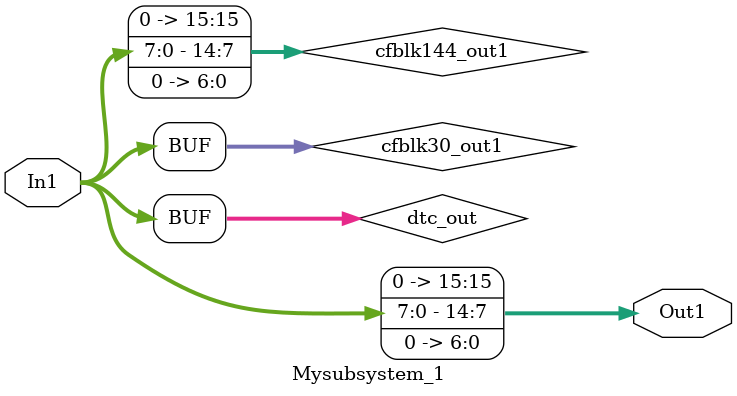
<source format=v>



`timescale 1 ns / 1 ns

module Mysubsystem_1
          (In1,
           Out1);


  input   [7:0] In1;  // uint8
  output  [15:0] Out1;  // ufix16_En7


  wire [7:0] dtc_out;  // ufix8
  wire [7:0] cfblk30_out1;  // uint8
  wire [15:0] cfblk144_out1;  // ufix16_En7


  assign dtc_out = In1;



  assign cfblk30_out1 = dtc_out;



  assign cfblk144_out1 = {1'b0, {cfblk30_out1, 7'b0000000}};



  assign Out1 = cfblk144_out1;

endmodule  // Mysubsystem_1


</source>
